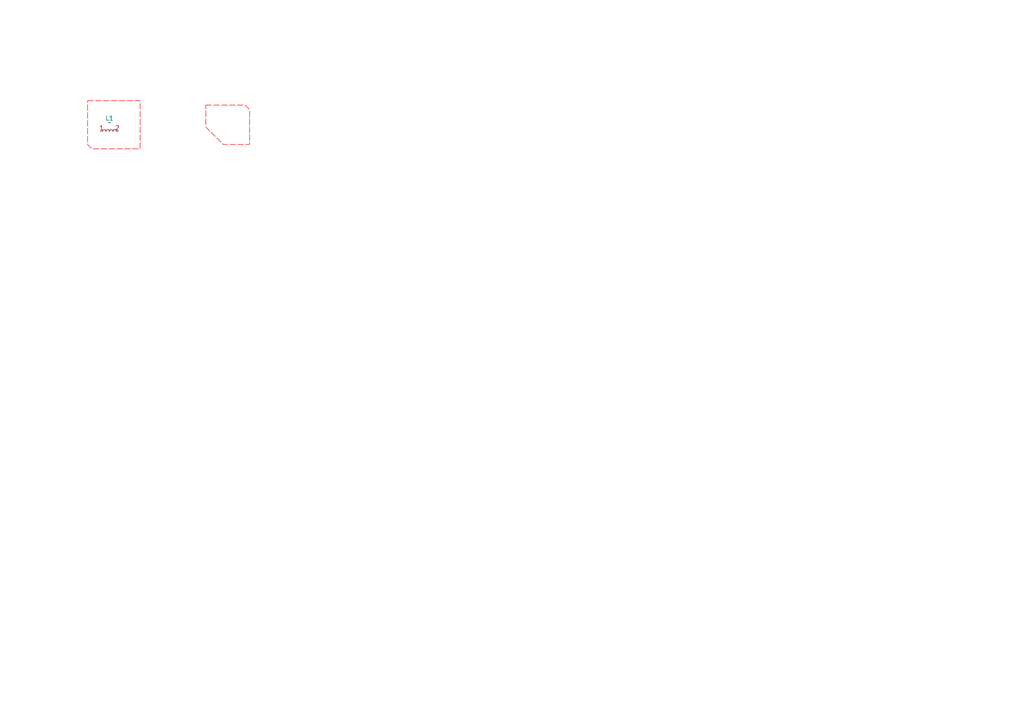
<source format=kicad_sch>
(kicad_sch (version 20250114) (generator "eeschema") (generator_version "9.0")
  (paper "A4")
  (title_block (date "2025-04-05"))
  (lib_symbols
    (symbol "User_HB_Library_001:inductor_User_HB"
      (property "Reference" "L" (at 0 4.064 0))
      (symbol "inductor_User_HB_0_1"
        (arc (start -2.032 1.27) (mid -1.524 1.7758) (end -1.016 1.27))
        (arc (start -1.016 1.27) (mid -0.508 1.7758) (end 0 1.27))
        (arc (start 0 1.27) (mid 0.508 1.7758) (end 1.016 1.27))
        (arc (start 1.016 1.27) (mid 1.524 1.7758) (end 2.032 1.27))
      )
      (symbol "inductor_User_HB_1_1"
        (pin input line (at -2.54 1.27 0) (length 0.508) (name "~") (number "1"))
        (pin input line (at 2.54 1.27 180) (length 0.508) (name "~") (number "2"))
      )
    )
  )
  (rule_area (polyline (pts (xy 59.69 30.48) (xy 71.12 30.48) (xy 72.39 31.75) (xy 72.39 41.91) (xy 64.77 41.91) (xy 59.69 36.83)) (stroke (width 0) (type dash))))
  (rule_area (polyline (pts (xy 25.4 29.21) (xy 40.64 29.21) (xy 40.64 43.18) (xy 26.67 43.18) (xy 25.4 41.91)) (stroke (width 0) (type dash))))
  (symbol (lib_id "User_HB_Library_001:inductor_User_HB") (at 31.75 39.37 0) (unit 1)
    (property "Reference" "L1" (at 31.75 34.29 0))
    (property "Value" "~" (at 31.75 35.56 0))
  )
)
</source>
